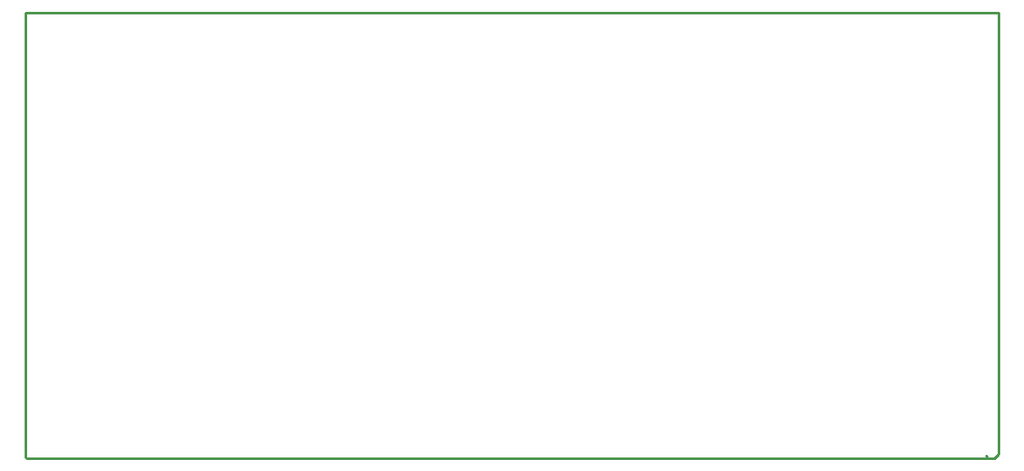
<source format=gm1>
G04*
G04 #@! TF.GenerationSoftware,Altium Limited,Altium Designer,19.0.15 (446)*
G04*
G04 Layer_Color=16711935*
%FSLAX25Y25*%
%MOIN*%
G70*
G01*
G75*
%ADD12C,0.01000*%
D12*
X376600Y285000D02*
X759000D01*
X759100Y284900D01*
Y111100D02*
Y284900D01*
X757500Y109500D02*
X759100Y111100D01*
X377100Y109500D02*
X757500D01*
X376600Y110000D02*
X377100Y109500D01*
X376600Y110000D02*
Y285000D01*
X754100Y110600D02*
X754700Y110000D01*
X376600Y285000D02*
X759000D01*
X759100Y284900D01*
Y111100D02*
Y284900D01*
X757500Y109500D02*
X759100Y111100D01*
X377100Y109500D02*
X757500D01*
X376600Y110000D02*
X377100Y109500D01*
X376600Y110000D02*
Y285000D01*
X754100Y110600D02*
X754700Y110000D01*
M02*

</source>
